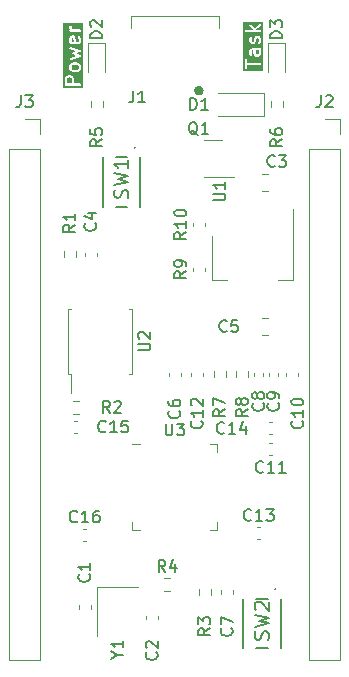
<source format=gbr>
%TF.GenerationSoftware,KiCad,Pcbnew,7.0.8*%
%TF.CreationDate,2023-11-05T01:10:31+09:00*%
%TF.ProjectId,BBM-RP2040,42424d2d-5250-4323-9034-302e6b696361,rev?*%
%TF.SameCoordinates,Original*%
%TF.FileFunction,Legend,Top*%
%TF.FilePolarity,Positive*%
%FSLAX46Y46*%
G04 Gerber Fmt 4.6, Leading zero omitted, Abs format (unit mm)*
G04 Created by KiCad (PCBNEW 7.0.8) date 2023-11-05 01:10:31*
%MOMM*%
%LPD*%
G01*
G04 APERTURE LIST*
%ADD10C,0.187500*%
%ADD11C,0.150000*%
%ADD12C,0.200000*%
%ADD13C,0.120000*%
%ADD14C,0.100000*%
%ADD15C,0.405600*%
G04 APERTURE END LIST*
D10*
G36*
X161408145Y-61255905D02*
G01*
X161443772Y-61291533D01*
X161484214Y-61372415D01*
X161484214Y-61713677D01*
X161043142Y-61713677D01*
X161043142Y-61372415D01*
X161083584Y-61291531D01*
X161119211Y-61255905D01*
X161200095Y-61215463D01*
X161327260Y-61215463D01*
X161408145Y-61255905D01*
G37*
G36*
X161979573Y-60170191D02*
G01*
X162015200Y-60205816D01*
X162055642Y-60286701D01*
X162055642Y-60413867D01*
X162015200Y-60494750D01*
X161979574Y-60530377D01*
X161898689Y-60570820D01*
X161600095Y-60570820D01*
X161519211Y-60530377D01*
X161483584Y-60494751D01*
X161443142Y-60413867D01*
X161443142Y-60286702D01*
X161483583Y-60205818D01*
X161519211Y-60170191D01*
X161600095Y-60129749D01*
X161898689Y-60129749D01*
X161979573Y-60170191D01*
G37*
G36*
X161635035Y-58227963D02*
G01*
X161542952Y-58227963D01*
X161476412Y-58194692D01*
X161443142Y-58128153D01*
X161443142Y-57943845D01*
X161476412Y-57877304D01*
X161542953Y-57844035D01*
X161558251Y-57844035D01*
X161635035Y-58227963D01*
G37*
G36*
X162414571Y-62072606D02*
G01*
X160684213Y-62072606D01*
X160684213Y-61807427D01*
X160855642Y-61807427D01*
X160860230Y-61821547D01*
X160860230Y-61836397D01*
X160868958Y-61848410D01*
X160873547Y-61862532D01*
X160885559Y-61871259D01*
X160894287Y-61883272D01*
X160908408Y-61887860D01*
X160920422Y-61896589D01*
X160935272Y-61896589D01*
X160949392Y-61901177D01*
X162149392Y-61901177D01*
X162204497Y-61883272D01*
X162238554Y-61836397D01*
X162238554Y-61778457D01*
X162204497Y-61731582D01*
X162149392Y-61713677D01*
X161671714Y-61713677D01*
X161671714Y-61350284D01*
X161665036Y-61329731D01*
X161661817Y-61308358D01*
X161604673Y-61194072D01*
X161594010Y-61183246D01*
X161587112Y-61169707D01*
X161529969Y-61112565D01*
X161516431Y-61105667D01*
X161505605Y-61095004D01*
X161391318Y-61037860D01*
X161369944Y-61034640D01*
X161349392Y-61027963D01*
X161177964Y-61027963D01*
X161157411Y-61034641D01*
X161136038Y-61037860D01*
X161021752Y-61095003D01*
X161010925Y-61105666D01*
X160997386Y-61112565D01*
X160940244Y-61169708D01*
X160933346Y-61183245D01*
X160922683Y-61194072D01*
X160865540Y-61308357D01*
X160862320Y-61329728D01*
X160855642Y-61350284D01*
X160855642Y-61807427D01*
X160684213Y-61807427D01*
X160684213Y-60435999D01*
X161255642Y-60435999D01*
X161262320Y-60456554D01*
X161265540Y-60477926D01*
X161322683Y-60592211D01*
X161333346Y-60603037D01*
X161340244Y-60616575D01*
X161397386Y-60673718D01*
X161410925Y-60680616D01*
X161421752Y-60691280D01*
X161536038Y-60748423D01*
X161557411Y-60751641D01*
X161577964Y-60758320D01*
X161920821Y-60758320D01*
X161941373Y-60751642D01*
X161962747Y-60748423D01*
X162077034Y-60691279D01*
X162087860Y-60680615D01*
X162101398Y-60673718D01*
X162158541Y-60616576D01*
X162165439Y-60603036D01*
X162176103Y-60592210D01*
X162233245Y-60477925D01*
X162236463Y-60456553D01*
X162243142Y-60435999D01*
X162243142Y-60264570D01*
X162236463Y-60244015D01*
X162233245Y-60222644D01*
X162176103Y-60108358D01*
X162165439Y-60097531D01*
X162158541Y-60083992D01*
X162101398Y-60026850D01*
X162087858Y-60019951D01*
X162077034Y-60009290D01*
X161962747Y-59952146D01*
X161941373Y-59948926D01*
X161920821Y-59942249D01*
X161577964Y-59942249D01*
X161557411Y-59948927D01*
X161536038Y-59952146D01*
X161421752Y-60009289D01*
X161410925Y-60019952D01*
X161397388Y-60026850D01*
X161340244Y-60083992D01*
X161333345Y-60097531D01*
X161322683Y-60108357D01*
X161265539Y-60222644D01*
X161262319Y-60244017D01*
X161255642Y-60264570D01*
X161255642Y-60435999D01*
X160684213Y-60435999D01*
X160684213Y-59632638D01*
X161255702Y-59632638D01*
X161271619Y-59688349D01*
X161317243Y-59724064D01*
X161375147Y-59726142D01*
X162175147Y-59497571D01*
X162198050Y-59482153D01*
X162221417Y-59467440D01*
X162221972Y-59466050D01*
X162223213Y-59465216D01*
X162232679Y-59439285D01*
X162242936Y-59413644D01*
X162242569Y-59412193D01*
X162243082Y-59410789D01*
X162235497Y-59384243D01*
X162228724Y-59357473D01*
X162227574Y-59356515D01*
X162227164Y-59355078D01*
X162205438Y-59338070D01*
X162184210Y-59320383D01*
X161830394Y-59178856D01*
X162184210Y-59037330D01*
X162205422Y-59019655D01*
X162227165Y-59002635D01*
X162227575Y-59001196D01*
X162228724Y-59000240D01*
X162235493Y-58973484D01*
X162243082Y-58946924D01*
X162242569Y-58945519D01*
X162242936Y-58944069D01*
X162232674Y-58918414D01*
X162223213Y-58892497D01*
X162221973Y-58891662D01*
X162221418Y-58890273D01*
X162198036Y-58875549D01*
X162175147Y-58860142D01*
X161375147Y-58631570D01*
X161317244Y-58633648D01*
X161271619Y-58669363D01*
X161255702Y-58725074D01*
X161275571Y-58779501D01*
X161323637Y-58811856D01*
X161859951Y-58965089D01*
X161543146Y-59091811D01*
X161525440Y-59106563D01*
X161505938Y-59118844D01*
X161503556Y-59124797D01*
X161498632Y-59128901D01*
X161492980Y-59151239D01*
X161484420Y-59172640D01*
X161485992Y-59178856D01*
X161484420Y-59185072D01*
X161492980Y-59206472D01*
X161498632Y-59228811D01*
X161503556Y-59232914D01*
X161505938Y-59238868D01*
X161525441Y-59251149D01*
X161543146Y-59265901D01*
X161859951Y-59392623D01*
X161323637Y-59545856D01*
X161275571Y-59578211D01*
X161255702Y-59632638D01*
X160684213Y-59632638D01*
X160684213Y-58150285D01*
X161255642Y-58150285D01*
X161262320Y-58170840D01*
X161265540Y-58192212D01*
X161322683Y-58306497D01*
X161323206Y-58307028D01*
X161323329Y-58307764D01*
X161343470Y-58327602D01*
X161363341Y-58347777D01*
X161364077Y-58347899D01*
X161364609Y-58348423D01*
X161478895Y-58405566D01*
X161500268Y-58408784D01*
X161520821Y-58415463D01*
X161977964Y-58415463D01*
X161998516Y-58408785D01*
X162019890Y-58405566D01*
X162134177Y-58348422D01*
X162134708Y-58347898D01*
X162135444Y-58347776D01*
X162155282Y-58327634D01*
X162175457Y-58307764D01*
X162175579Y-58307027D01*
X162176103Y-58306496D01*
X162233245Y-58192211D01*
X162236463Y-58170839D01*
X162243142Y-58150285D01*
X162243142Y-57921713D01*
X162236463Y-57901158D01*
X162233245Y-57879787D01*
X162176103Y-57765501D01*
X162135445Y-57724221D01*
X162078288Y-57714722D01*
X162026464Y-57740633D01*
X161999769Y-57792058D01*
X162008397Y-57849353D01*
X162055642Y-57943844D01*
X162055642Y-58128153D01*
X162022372Y-58194692D01*
X161955832Y-58227963D01*
X161826248Y-58227963D01*
X161727036Y-57731899D01*
X161724269Y-57726970D01*
X161724269Y-57721315D01*
X161710300Y-57702089D01*
X161698672Y-57681376D01*
X161693535Y-57679014D01*
X161690212Y-57674440D01*
X161667615Y-57667097D01*
X161646028Y-57657173D01*
X161640483Y-57658281D01*
X161635107Y-57656535D01*
X161520821Y-57656535D01*
X161500266Y-57663213D01*
X161478895Y-57666432D01*
X161364609Y-57723574D01*
X161364077Y-57724097D01*
X161363341Y-57724220D01*
X161343486Y-57744377D01*
X161323329Y-57764232D01*
X161323206Y-57764968D01*
X161322683Y-57765500D01*
X161265539Y-57879787D01*
X161262319Y-57901160D01*
X161255642Y-57921713D01*
X161255642Y-58150285D01*
X160684213Y-58150285D01*
X160684213Y-57007428D01*
X161255642Y-57007428D01*
X161262319Y-57027980D01*
X161265539Y-57049354D01*
X161317214Y-57152704D01*
X161294287Y-57160154D01*
X161260230Y-57207029D01*
X161260230Y-57264969D01*
X161294287Y-57311844D01*
X161349392Y-57329749D01*
X162149392Y-57329749D01*
X162204497Y-57311844D01*
X162238554Y-57264969D01*
X162238554Y-57207029D01*
X162204497Y-57160154D01*
X162149392Y-57142249D01*
X161600095Y-57142249D01*
X161519211Y-57101806D01*
X161483583Y-57066179D01*
X161443142Y-56985296D01*
X161443142Y-56893142D01*
X161425237Y-56838037D01*
X161378362Y-56803980D01*
X161320422Y-56803980D01*
X161273547Y-56838037D01*
X161255642Y-56893142D01*
X161255642Y-57007428D01*
X160684213Y-57007428D01*
X160684213Y-56632551D01*
X162414571Y-56632551D01*
X162414571Y-62072606D01*
G37*
G36*
X177295642Y-58927740D02*
G01*
X177295642Y-59169192D01*
X177262372Y-59235731D01*
X177195832Y-59269002D01*
X177125809Y-59269002D01*
X177059269Y-59235731D01*
X177026000Y-59169192D01*
X177026000Y-58905609D01*
X177019328Y-58885074D01*
X177274309Y-58885074D01*
X177295642Y-58927740D01*
G37*
G36*
X177654571Y-60651915D02*
G01*
X175924213Y-60651915D01*
X175924213Y-60391324D01*
X176095642Y-60391324D01*
X176113547Y-60446429D01*
X176160422Y-60480486D01*
X176218362Y-60480486D01*
X176265237Y-60446429D01*
X176283142Y-60391324D01*
X176283142Y-60142217D01*
X177389392Y-60142217D01*
X177444497Y-60124312D01*
X177478554Y-60077437D01*
X177478554Y-60019497D01*
X177444497Y-59972622D01*
X177389392Y-59954717D01*
X176283142Y-59954717D01*
X176283142Y-59705610D01*
X176265237Y-59650505D01*
X176218362Y-59616448D01*
X176160422Y-59616448D01*
X176113547Y-59650505D01*
X176095642Y-59705610D01*
X176095642Y-60391324D01*
X175924213Y-60391324D01*
X175924213Y-59191324D01*
X176495642Y-59191324D01*
X176502320Y-59211879D01*
X176505540Y-59233251D01*
X176562683Y-59347536D01*
X176603341Y-59388816D01*
X176660498Y-59398314D01*
X176712321Y-59372402D01*
X176739017Y-59320977D01*
X176730388Y-59263683D01*
X176683142Y-59169192D01*
X176683142Y-58984884D01*
X176716412Y-58918343D01*
X176782953Y-58885074D01*
X176817167Y-58885074D01*
X176838500Y-58927740D01*
X176838500Y-59191324D01*
X176845178Y-59211878D01*
X176848397Y-59233250D01*
X176905539Y-59347535D01*
X176906063Y-59348067D01*
X176906186Y-59348803D01*
X176926326Y-59368640D01*
X176946197Y-59388815D01*
X176946933Y-59388937D01*
X176947466Y-59389462D01*
X177061752Y-59446605D01*
X177083125Y-59449823D01*
X177103678Y-59456502D01*
X177217964Y-59456502D01*
X177238516Y-59449824D01*
X177259890Y-59446605D01*
X177374177Y-59389461D01*
X177374708Y-59388937D01*
X177375444Y-59388815D01*
X177395282Y-59368673D01*
X177415457Y-59348803D01*
X177415579Y-59348066D01*
X177416103Y-59347535D01*
X177473245Y-59233250D01*
X177476463Y-59211878D01*
X177483142Y-59191324D01*
X177483142Y-58905609D01*
X177476463Y-58885054D01*
X177473245Y-58863683D01*
X177462558Y-58842309D01*
X177478554Y-58820294D01*
X177478554Y-58762354D01*
X177444497Y-58715479D01*
X177389392Y-58697574D01*
X176760821Y-58697574D01*
X176740266Y-58704252D01*
X176718895Y-58707471D01*
X176604609Y-58764613D01*
X176604077Y-58765136D01*
X176603341Y-58765259D01*
X176583486Y-58785416D01*
X176563329Y-58805271D01*
X176563206Y-58806007D01*
X176562683Y-58806539D01*
X176505539Y-58920826D01*
X176502319Y-58942199D01*
X176495642Y-58962752D01*
X176495642Y-59191324D01*
X175924213Y-59191324D01*
X175924213Y-58105610D01*
X176495642Y-58105610D01*
X176502320Y-58126165D01*
X176505540Y-58147537D01*
X176562683Y-58261822D01*
X176563206Y-58262353D01*
X176563329Y-58263089D01*
X176583470Y-58282927D01*
X176603341Y-58303102D01*
X176604077Y-58303224D01*
X176604609Y-58303748D01*
X176718895Y-58360891D01*
X176740268Y-58364109D01*
X176760821Y-58370788D01*
X176817964Y-58370788D01*
X176838516Y-58364110D01*
X176859890Y-58360891D01*
X176974177Y-58303747D01*
X176974708Y-58303223D01*
X176975444Y-58303101D01*
X176995282Y-58282959D01*
X177015457Y-58263089D01*
X177015579Y-58262352D01*
X177016103Y-58261821D01*
X177073245Y-58147536D01*
X177076463Y-58126164D01*
X177083142Y-58105610D01*
X177083142Y-57956313D01*
X177116412Y-57889772D01*
X177182952Y-57856502D01*
X177195832Y-57856502D01*
X177262372Y-57889772D01*
X177295642Y-57956312D01*
X177295642Y-58140620D01*
X177248397Y-58235112D01*
X177239769Y-58292407D01*
X177266464Y-58343832D01*
X177318288Y-58369743D01*
X177375445Y-58360244D01*
X177416103Y-58318964D01*
X177473245Y-58204678D01*
X177476463Y-58183306D01*
X177483142Y-58162752D01*
X177483142Y-57934181D01*
X177476463Y-57913626D01*
X177473245Y-57892255D01*
X177416103Y-57777969D01*
X177415579Y-57777437D01*
X177415457Y-57776701D01*
X177395299Y-57756846D01*
X177375445Y-57736689D01*
X177374708Y-57736566D01*
X177374177Y-57736043D01*
X177259890Y-57678899D01*
X177238516Y-57675679D01*
X177217964Y-57669002D01*
X177160821Y-57669002D01*
X177140268Y-57675680D01*
X177118895Y-57678899D01*
X177004609Y-57736042D01*
X177004077Y-57736565D01*
X177003341Y-57736688D01*
X176983470Y-57756862D01*
X176963329Y-57776701D01*
X176963206Y-57777436D01*
X176962683Y-57777968D01*
X176905539Y-57892255D01*
X176902319Y-57913628D01*
X176895642Y-57934181D01*
X176895642Y-58083478D01*
X176862372Y-58150017D01*
X176795832Y-58183288D01*
X176782952Y-58183288D01*
X176716412Y-58150017D01*
X176683142Y-58083478D01*
X176683142Y-57956313D01*
X176730388Y-57861821D01*
X176739017Y-57804526D01*
X176712321Y-57753102D01*
X176660498Y-57727190D01*
X176603341Y-57736688D01*
X176562683Y-57777968D01*
X176505539Y-57892255D01*
X176502319Y-57913628D01*
X176495642Y-57934181D01*
X176495642Y-58105610D01*
X175924213Y-58105610D01*
X175924213Y-57277436D01*
X176100230Y-57277436D01*
X176134287Y-57324311D01*
X176189392Y-57342216D01*
X177389392Y-57342216D01*
X177444497Y-57324311D01*
X177478554Y-57277436D01*
X177478554Y-57219496D01*
X177444497Y-57172621D01*
X177389392Y-57154716D01*
X177085367Y-57154716D01*
X177074975Y-57144324D01*
X177445642Y-56866323D01*
X177478983Y-56818936D01*
X177478103Y-56761002D01*
X177443339Y-56714650D01*
X177387968Y-56697584D01*
X177333142Y-56716323D01*
X176941046Y-57010395D01*
X176655683Y-56725032D01*
X176604057Y-56698727D01*
X176546830Y-56707791D01*
X176505860Y-56748761D01*
X176496796Y-56805988D01*
X176523101Y-56857614D01*
X176820203Y-57154716D01*
X176189392Y-57154716D01*
X176134287Y-57172621D01*
X176100230Y-57219496D01*
X176100230Y-57277436D01*
X175924213Y-57277436D01*
X175924213Y-56526155D01*
X177654571Y-56526155D01*
X177654571Y-60651915D01*
G37*
D11*
X182546666Y-62724819D02*
X182546666Y-63439104D01*
X182546666Y-63439104D02*
X182499047Y-63581961D01*
X182499047Y-63581961D02*
X182403809Y-63677200D01*
X182403809Y-63677200D02*
X182260952Y-63724819D01*
X182260952Y-63724819D02*
X182165714Y-63724819D01*
X182975238Y-62820057D02*
X183022857Y-62772438D01*
X183022857Y-62772438D02*
X183118095Y-62724819D01*
X183118095Y-62724819D02*
X183356190Y-62724819D01*
X183356190Y-62724819D02*
X183451428Y-62772438D01*
X183451428Y-62772438D02*
X183499047Y-62820057D01*
X183499047Y-62820057D02*
X183546666Y-62915295D01*
X183546666Y-62915295D02*
X183546666Y-63010533D01*
X183546666Y-63010533D02*
X183499047Y-63153390D01*
X183499047Y-63153390D02*
X182927619Y-63724819D01*
X182927619Y-63724819D02*
X183546666Y-63724819D01*
X178921580Y-88812666D02*
X178969200Y-88860285D01*
X178969200Y-88860285D02*
X179016819Y-89003142D01*
X179016819Y-89003142D02*
X179016819Y-89098380D01*
X179016819Y-89098380D02*
X178969200Y-89241237D01*
X178969200Y-89241237D02*
X178873961Y-89336475D01*
X178873961Y-89336475D02*
X178778723Y-89384094D01*
X178778723Y-89384094D02*
X178588247Y-89431713D01*
X178588247Y-89431713D02*
X178445390Y-89431713D01*
X178445390Y-89431713D02*
X178254914Y-89384094D01*
X178254914Y-89384094D02*
X178159676Y-89336475D01*
X178159676Y-89336475D02*
X178064438Y-89241237D01*
X178064438Y-89241237D02*
X178016819Y-89098380D01*
X178016819Y-89098380D02*
X178016819Y-89003142D01*
X178016819Y-89003142D02*
X178064438Y-88860285D01*
X178064438Y-88860285D02*
X178112057Y-88812666D01*
X179016819Y-88336475D02*
X179016819Y-88145999D01*
X179016819Y-88145999D02*
X178969200Y-88050761D01*
X178969200Y-88050761D02*
X178921580Y-88003142D01*
X178921580Y-88003142D02*
X178778723Y-87907904D01*
X178778723Y-87907904D02*
X178588247Y-87860285D01*
X178588247Y-87860285D02*
X178207295Y-87860285D01*
X178207295Y-87860285D02*
X178112057Y-87907904D01*
X178112057Y-87907904D02*
X178064438Y-87955523D01*
X178064438Y-87955523D02*
X178016819Y-88050761D01*
X178016819Y-88050761D02*
X178016819Y-88241237D01*
X178016819Y-88241237D02*
X178064438Y-88336475D01*
X178064438Y-88336475D02*
X178112057Y-88384094D01*
X178112057Y-88384094D02*
X178207295Y-88431713D01*
X178207295Y-88431713D02*
X178445390Y-88431713D01*
X178445390Y-88431713D02*
X178540628Y-88384094D01*
X178540628Y-88384094D02*
X178588247Y-88336475D01*
X178588247Y-88336475D02*
X178635866Y-88241237D01*
X178635866Y-88241237D02*
X178635866Y-88050761D01*
X178635866Y-88050761D02*
X178588247Y-87955523D01*
X178588247Y-87955523D02*
X178540628Y-87907904D01*
X178540628Y-87907904D02*
X178445390Y-87860285D01*
X173444819Y-71627904D02*
X174254342Y-71627904D01*
X174254342Y-71627904D02*
X174349580Y-71580285D01*
X174349580Y-71580285D02*
X174397200Y-71532666D01*
X174397200Y-71532666D02*
X174444819Y-71437428D01*
X174444819Y-71437428D02*
X174444819Y-71246952D01*
X174444819Y-71246952D02*
X174397200Y-71151714D01*
X174397200Y-71151714D02*
X174349580Y-71104095D01*
X174349580Y-71104095D02*
X174254342Y-71056476D01*
X174254342Y-71056476D02*
X173444819Y-71056476D01*
X174444819Y-70056476D02*
X174444819Y-70627904D01*
X174444819Y-70342190D02*
X173444819Y-70342190D01*
X173444819Y-70342190D02*
X173587676Y-70437428D01*
X173587676Y-70437428D02*
X173682914Y-70532666D01*
X173682914Y-70532666D02*
X173730533Y-70627904D01*
X179270819Y-57888094D02*
X178270819Y-57888094D01*
X178270819Y-57888094D02*
X178270819Y-57649999D01*
X178270819Y-57649999D02*
X178318438Y-57507142D01*
X178318438Y-57507142D02*
X178413676Y-57411904D01*
X178413676Y-57411904D02*
X178508914Y-57364285D01*
X178508914Y-57364285D02*
X178699390Y-57316666D01*
X178699390Y-57316666D02*
X178842247Y-57316666D01*
X178842247Y-57316666D02*
X179032723Y-57364285D01*
X179032723Y-57364285D02*
X179127961Y-57411904D01*
X179127961Y-57411904D02*
X179223200Y-57507142D01*
X179223200Y-57507142D02*
X179270819Y-57649999D01*
X179270819Y-57649999D02*
X179270819Y-57888094D01*
X178270819Y-56983332D02*
X178270819Y-56364285D01*
X178270819Y-56364285D02*
X178651771Y-56697618D01*
X178651771Y-56697618D02*
X178651771Y-56554761D01*
X178651771Y-56554761D02*
X178699390Y-56459523D01*
X178699390Y-56459523D02*
X178747009Y-56411904D01*
X178747009Y-56411904D02*
X178842247Y-56364285D01*
X178842247Y-56364285D02*
X179080342Y-56364285D01*
X179080342Y-56364285D02*
X179175580Y-56411904D01*
X179175580Y-56411904D02*
X179223200Y-56459523D01*
X179223200Y-56459523D02*
X179270819Y-56554761D01*
X179270819Y-56554761D02*
X179270819Y-56840475D01*
X179270819Y-56840475D02*
X179223200Y-56935713D01*
X179223200Y-56935713D02*
X179175580Y-56983332D01*
X171142819Y-74302857D02*
X170666628Y-74636190D01*
X171142819Y-74874285D02*
X170142819Y-74874285D01*
X170142819Y-74874285D02*
X170142819Y-74493333D01*
X170142819Y-74493333D02*
X170190438Y-74398095D01*
X170190438Y-74398095D02*
X170238057Y-74350476D01*
X170238057Y-74350476D02*
X170333295Y-74302857D01*
X170333295Y-74302857D02*
X170476152Y-74302857D01*
X170476152Y-74302857D02*
X170571390Y-74350476D01*
X170571390Y-74350476D02*
X170619009Y-74398095D01*
X170619009Y-74398095D02*
X170666628Y-74493333D01*
X170666628Y-74493333D02*
X170666628Y-74874285D01*
X171142819Y-73350476D02*
X171142819Y-73921904D01*
X171142819Y-73636190D02*
X170142819Y-73636190D01*
X170142819Y-73636190D02*
X170285676Y-73731428D01*
X170285676Y-73731428D02*
X170380914Y-73826666D01*
X170380914Y-73826666D02*
X170428533Y-73921904D01*
X170142819Y-72731428D02*
X170142819Y-72636190D01*
X170142819Y-72636190D02*
X170190438Y-72540952D01*
X170190438Y-72540952D02*
X170238057Y-72493333D01*
X170238057Y-72493333D02*
X170333295Y-72445714D01*
X170333295Y-72445714D02*
X170523771Y-72398095D01*
X170523771Y-72398095D02*
X170761866Y-72398095D01*
X170761866Y-72398095D02*
X170952342Y-72445714D01*
X170952342Y-72445714D02*
X171047580Y-72493333D01*
X171047580Y-72493333D02*
X171095200Y-72540952D01*
X171095200Y-72540952D02*
X171142819Y-72636190D01*
X171142819Y-72636190D02*
X171142819Y-72731428D01*
X171142819Y-72731428D02*
X171095200Y-72826666D01*
X171095200Y-72826666D02*
X171047580Y-72874285D01*
X171047580Y-72874285D02*
X170952342Y-72921904D01*
X170952342Y-72921904D02*
X170761866Y-72969523D01*
X170761866Y-72969523D02*
X170523771Y-72969523D01*
X170523771Y-72969523D02*
X170333295Y-72921904D01*
X170333295Y-72921904D02*
X170238057Y-72874285D01*
X170238057Y-72874285D02*
X170190438Y-72826666D01*
X170190438Y-72826666D02*
X170142819Y-72731428D01*
X161917142Y-98784580D02*
X161869523Y-98832200D01*
X161869523Y-98832200D02*
X161726666Y-98879819D01*
X161726666Y-98879819D02*
X161631428Y-98879819D01*
X161631428Y-98879819D02*
X161488571Y-98832200D01*
X161488571Y-98832200D02*
X161393333Y-98736961D01*
X161393333Y-98736961D02*
X161345714Y-98641723D01*
X161345714Y-98641723D02*
X161298095Y-98451247D01*
X161298095Y-98451247D02*
X161298095Y-98308390D01*
X161298095Y-98308390D02*
X161345714Y-98117914D01*
X161345714Y-98117914D02*
X161393333Y-98022676D01*
X161393333Y-98022676D02*
X161488571Y-97927438D01*
X161488571Y-97927438D02*
X161631428Y-97879819D01*
X161631428Y-97879819D02*
X161726666Y-97879819D01*
X161726666Y-97879819D02*
X161869523Y-97927438D01*
X161869523Y-97927438D02*
X161917142Y-97975057D01*
X162869523Y-98879819D02*
X162298095Y-98879819D01*
X162583809Y-98879819D02*
X162583809Y-97879819D01*
X162583809Y-97879819D02*
X162488571Y-98022676D01*
X162488571Y-98022676D02*
X162393333Y-98117914D01*
X162393333Y-98117914D02*
X162298095Y-98165533D01*
X163726666Y-97879819D02*
X163536190Y-97879819D01*
X163536190Y-97879819D02*
X163440952Y-97927438D01*
X163440952Y-97927438D02*
X163393333Y-97975057D01*
X163393333Y-97975057D02*
X163298095Y-98117914D01*
X163298095Y-98117914D02*
X163250476Y-98308390D01*
X163250476Y-98308390D02*
X163250476Y-98689342D01*
X163250476Y-98689342D02*
X163298095Y-98784580D01*
X163298095Y-98784580D02*
X163345714Y-98832200D01*
X163345714Y-98832200D02*
X163440952Y-98879819D01*
X163440952Y-98879819D02*
X163631428Y-98879819D01*
X163631428Y-98879819D02*
X163726666Y-98832200D01*
X163726666Y-98832200D02*
X163774285Y-98784580D01*
X163774285Y-98784580D02*
X163821904Y-98689342D01*
X163821904Y-98689342D02*
X163821904Y-98451247D01*
X163821904Y-98451247D02*
X163774285Y-98356009D01*
X163774285Y-98356009D02*
X163726666Y-98308390D01*
X163726666Y-98308390D02*
X163631428Y-98260771D01*
X163631428Y-98260771D02*
X163440952Y-98260771D01*
X163440952Y-98260771D02*
X163345714Y-98308390D01*
X163345714Y-98308390D02*
X163298095Y-98356009D01*
X163298095Y-98356009D02*
X163250476Y-98451247D01*
X164030819Y-66460666D02*
X163554628Y-66793999D01*
X164030819Y-67032094D02*
X163030819Y-67032094D01*
X163030819Y-67032094D02*
X163030819Y-66651142D01*
X163030819Y-66651142D02*
X163078438Y-66555904D01*
X163078438Y-66555904D02*
X163126057Y-66508285D01*
X163126057Y-66508285D02*
X163221295Y-66460666D01*
X163221295Y-66460666D02*
X163364152Y-66460666D01*
X163364152Y-66460666D02*
X163459390Y-66508285D01*
X163459390Y-66508285D02*
X163507009Y-66555904D01*
X163507009Y-66555904D02*
X163554628Y-66651142D01*
X163554628Y-66651142D02*
X163554628Y-67032094D01*
X163030819Y-65555904D02*
X163030819Y-66032094D01*
X163030819Y-66032094D02*
X163507009Y-66079713D01*
X163507009Y-66079713D02*
X163459390Y-66032094D01*
X163459390Y-66032094D02*
X163411771Y-65936856D01*
X163411771Y-65936856D02*
X163411771Y-65698761D01*
X163411771Y-65698761D02*
X163459390Y-65603523D01*
X163459390Y-65603523D02*
X163507009Y-65555904D01*
X163507009Y-65555904D02*
X163602247Y-65508285D01*
X163602247Y-65508285D02*
X163840342Y-65508285D01*
X163840342Y-65508285D02*
X163935580Y-65555904D01*
X163935580Y-65555904D02*
X163983200Y-65603523D01*
X163983200Y-65603523D02*
X164030819Y-65698761D01*
X164030819Y-65698761D02*
X164030819Y-65936856D01*
X164030819Y-65936856D02*
X163983200Y-66032094D01*
X163983200Y-66032094D02*
X163935580Y-66079713D01*
X179270819Y-66460666D02*
X178794628Y-66793999D01*
X179270819Y-67032094D02*
X178270819Y-67032094D01*
X178270819Y-67032094D02*
X178270819Y-66651142D01*
X178270819Y-66651142D02*
X178318438Y-66555904D01*
X178318438Y-66555904D02*
X178366057Y-66508285D01*
X178366057Y-66508285D02*
X178461295Y-66460666D01*
X178461295Y-66460666D02*
X178604152Y-66460666D01*
X178604152Y-66460666D02*
X178699390Y-66508285D01*
X178699390Y-66508285D02*
X178747009Y-66555904D01*
X178747009Y-66555904D02*
X178794628Y-66651142D01*
X178794628Y-66651142D02*
X178794628Y-67032094D01*
X178270819Y-65603523D02*
X178270819Y-65793999D01*
X178270819Y-65793999D02*
X178318438Y-65889237D01*
X178318438Y-65889237D02*
X178366057Y-65936856D01*
X178366057Y-65936856D02*
X178508914Y-66032094D01*
X178508914Y-66032094D02*
X178699390Y-66079713D01*
X178699390Y-66079713D02*
X179080342Y-66079713D01*
X179080342Y-66079713D02*
X179175580Y-66032094D01*
X179175580Y-66032094D02*
X179223200Y-65984475D01*
X179223200Y-65984475D02*
X179270819Y-65889237D01*
X179270819Y-65889237D02*
X179270819Y-65698761D01*
X179270819Y-65698761D02*
X179223200Y-65603523D01*
X179223200Y-65603523D02*
X179175580Y-65555904D01*
X179175580Y-65555904D02*
X179080342Y-65508285D01*
X179080342Y-65508285D02*
X178842247Y-65508285D01*
X178842247Y-65508285D02*
X178747009Y-65555904D01*
X178747009Y-65555904D02*
X178699390Y-65603523D01*
X178699390Y-65603523D02*
X178651771Y-65698761D01*
X178651771Y-65698761D02*
X178651771Y-65889237D01*
X178651771Y-65889237D02*
X178699390Y-65984475D01*
X178699390Y-65984475D02*
X178747009Y-66032094D01*
X178747009Y-66032094D02*
X178842247Y-66079713D01*
X174585333Y-82655580D02*
X174537714Y-82703200D01*
X174537714Y-82703200D02*
X174394857Y-82750819D01*
X174394857Y-82750819D02*
X174299619Y-82750819D01*
X174299619Y-82750819D02*
X174156762Y-82703200D01*
X174156762Y-82703200D02*
X174061524Y-82607961D01*
X174061524Y-82607961D02*
X174013905Y-82512723D01*
X174013905Y-82512723D02*
X173966286Y-82322247D01*
X173966286Y-82322247D02*
X173966286Y-82179390D01*
X173966286Y-82179390D02*
X174013905Y-81988914D01*
X174013905Y-81988914D02*
X174061524Y-81893676D01*
X174061524Y-81893676D02*
X174156762Y-81798438D01*
X174156762Y-81798438D02*
X174299619Y-81750819D01*
X174299619Y-81750819D02*
X174394857Y-81750819D01*
X174394857Y-81750819D02*
X174537714Y-81798438D01*
X174537714Y-81798438D02*
X174585333Y-81846057D01*
X175490095Y-81750819D02*
X175013905Y-81750819D01*
X175013905Y-81750819D02*
X174966286Y-82227009D01*
X174966286Y-82227009D02*
X175013905Y-82179390D01*
X175013905Y-82179390D02*
X175109143Y-82131771D01*
X175109143Y-82131771D02*
X175347238Y-82131771D01*
X175347238Y-82131771D02*
X175442476Y-82179390D01*
X175442476Y-82179390D02*
X175490095Y-82227009D01*
X175490095Y-82227009D02*
X175537714Y-82322247D01*
X175537714Y-82322247D02*
X175537714Y-82560342D01*
X175537714Y-82560342D02*
X175490095Y-82655580D01*
X175490095Y-82655580D02*
X175442476Y-82703200D01*
X175442476Y-82703200D02*
X175347238Y-82750819D01*
X175347238Y-82750819D02*
X175109143Y-82750819D01*
X175109143Y-82750819D02*
X175013905Y-82703200D01*
X175013905Y-82703200D02*
X174966286Y-82655580D01*
X164330142Y-91164580D02*
X164282523Y-91212200D01*
X164282523Y-91212200D02*
X164139666Y-91259819D01*
X164139666Y-91259819D02*
X164044428Y-91259819D01*
X164044428Y-91259819D02*
X163901571Y-91212200D01*
X163901571Y-91212200D02*
X163806333Y-91116961D01*
X163806333Y-91116961D02*
X163758714Y-91021723D01*
X163758714Y-91021723D02*
X163711095Y-90831247D01*
X163711095Y-90831247D02*
X163711095Y-90688390D01*
X163711095Y-90688390D02*
X163758714Y-90497914D01*
X163758714Y-90497914D02*
X163806333Y-90402676D01*
X163806333Y-90402676D02*
X163901571Y-90307438D01*
X163901571Y-90307438D02*
X164044428Y-90259819D01*
X164044428Y-90259819D02*
X164139666Y-90259819D01*
X164139666Y-90259819D02*
X164282523Y-90307438D01*
X164282523Y-90307438D02*
X164330142Y-90355057D01*
X165282523Y-91259819D02*
X164711095Y-91259819D01*
X164996809Y-91259819D02*
X164996809Y-90259819D01*
X164996809Y-90259819D02*
X164901571Y-90402676D01*
X164901571Y-90402676D02*
X164806333Y-90497914D01*
X164806333Y-90497914D02*
X164711095Y-90545533D01*
X166187285Y-90259819D02*
X165711095Y-90259819D01*
X165711095Y-90259819D02*
X165663476Y-90736009D01*
X165663476Y-90736009D02*
X165711095Y-90688390D01*
X165711095Y-90688390D02*
X165806333Y-90640771D01*
X165806333Y-90640771D02*
X166044428Y-90640771D01*
X166044428Y-90640771D02*
X166139666Y-90688390D01*
X166139666Y-90688390D02*
X166187285Y-90736009D01*
X166187285Y-90736009D02*
X166234904Y-90831247D01*
X166234904Y-90831247D02*
X166234904Y-91069342D01*
X166234904Y-91069342D02*
X166187285Y-91164580D01*
X166187285Y-91164580D02*
X166139666Y-91212200D01*
X166139666Y-91212200D02*
X166044428Y-91259819D01*
X166044428Y-91259819D02*
X165806333Y-91259819D01*
X165806333Y-91259819D02*
X165711095Y-91212200D01*
X165711095Y-91212200D02*
X165663476Y-91164580D01*
X169378333Y-103070819D02*
X169045000Y-102594628D01*
X168806905Y-103070819D02*
X168806905Y-102070819D01*
X168806905Y-102070819D02*
X169187857Y-102070819D01*
X169187857Y-102070819D02*
X169283095Y-102118438D01*
X169283095Y-102118438D02*
X169330714Y-102166057D01*
X169330714Y-102166057D02*
X169378333Y-102261295D01*
X169378333Y-102261295D02*
X169378333Y-102404152D01*
X169378333Y-102404152D02*
X169330714Y-102499390D01*
X169330714Y-102499390D02*
X169283095Y-102547009D01*
X169283095Y-102547009D02*
X169187857Y-102594628D01*
X169187857Y-102594628D02*
X168806905Y-102594628D01*
X170235476Y-102404152D02*
X170235476Y-103070819D01*
X169997381Y-102023200D02*
X169759286Y-102737485D01*
X169759286Y-102737485D02*
X170378333Y-102737485D01*
X172444580Y-90304857D02*
X172492200Y-90352476D01*
X172492200Y-90352476D02*
X172539819Y-90495333D01*
X172539819Y-90495333D02*
X172539819Y-90590571D01*
X172539819Y-90590571D02*
X172492200Y-90733428D01*
X172492200Y-90733428D02*
X172396961Y-90828666D01*
X172396961Y-90828666D02*
X172301723Y-90876285D01*
X172301723Y-90876285D02*
X172111247Y-90923904D01*
X172111247Y-90923904D02*
X171968390Y-90923904D01*
X171968390Y-90923904D02*
X171777914Y-90876285D01*
X171777914Y-90876285D02*
X171682676Y-90828666D01*
X171682676Y-90828666D02*
X171587438Y-90733428D01*
X171587438Y-90733428D02*
X171539819Y-90590571D01*
X171539819Y-90590571D02*
X171539819Y-90495333D01*
X171539819Y-90495333D02*
X171587438Y-90352476D01*
X171587438Y-90352476D02*
X171635057Y-90304857D01*
X172539819Y-89352476D02*
X172539819Y-89923904D01*
X172539819Y-89638190D02*
X171539819Y-89638190D01*
X171539819Y-89638190D02*
X171682676Y-89733428D01*
X171682676Y-89733428D02*
X171777914Y-89828666D01*
X171777914Y-89828666D02*
X171825533Y-89923904D01*
X171635057Y-88971523D02*
X171587438Y-88923904D01*
X171587438Y-88923904D02*
X171539819Y-88828666D01*
X171539819Y-88828666D02*
X171539819Y-88590571D01*
X171539819Y-88590571D02*
X171587438Y-88495333D01*
X171587438Y-88495333D02*
X171635057Y-88447714D01*
X171635057Y-88447714D02*
X171730295Y-88400095D01*
X171730295Y-88400095D02*
X171825533Y-88400095D01*
X171825533Y-88400095D02*
X171968390Y-88447714D01*
X171968390Y-88447714D02*
X172539819Y-89019142D01*
X172539819Y-89019142D02*
X172539819Y-88400095D01*
X167094819Y-84327904D02*
X167904342Y-84327904D01*
X167904342Y-84327904D02*
X167999580Y-84280285D01*
X167999580Y-84280285D02*
X168047200Y-84232666D01*
X168047200Y-84232666D02*
X168094819Y-84137428D01*
X168094819Y-84137428D02*
X168094819Y-83946952D01*
X168094819Y-83946952D02*
X168047200Y-83851714D01*
X168047200Y-83851714D02*
X167999580Y-83804095D01*
X167999580Y-83804095D02*
X167904342Y-83756476D01*
X167904342Y-83756476D02*
X167094819Y-83756476D01*
X167190057Y-83327904D02*
X167142438Y-83280285D01*
X167142438Y-83280285D02*
X167094819Y-83185047D01*
X167094819Y-83185047D02*
X167094819Y-82946952D01*
X167094819Y-82946952D02*
X167142438Y-82851714D01*
X167142438Y-82851714D02*
X167190057Y-82804095D01*
X167190057Y-82804095D02*
X167285295Y-82756476D01*
X167285295Y-82756476D02*
X167380533Y-82756476D01*
X167380533Y-82756476D02*
X167523390Y-82804095D01*
X167523390Y-82804095D02*
X168094819Y-83375523D01*
X168094819Y-83375523D02*
X168094819Y-82756476D01*
X174363142Y-91291580D02*
X174315523Y-91339200D01*
X174315523Y-91339200D02*
X174172666Y-91386819D01*
X174172666Y-91386819D02*
X174077428Y-91386819D01*
X174077428Y-91386819D02*
X173934571Y-91339200D01*
X173934571Y-91339200D02*
X173839333Y-91243961D01*
X173839333Y-91243961D02*
X173791714Y-91148723D01*
X173791714Y-91148723D02*
X173744095Y-90958247D01*
X173744095Y-90958247D02*
X173744095Y-90815390D01*
X173744095Y-90815390D02*
X173791714Y-90624914D01*
X173791714Y-90624914D02*
X173839333Y-90529676D01*
X173839333Y-90529676D02*
X173934571Y-90434438D01*
X173934571Y-90434438D02*
X174077428Y-90386819D01*
X174077428Y-90386819D02*
X174172666Y-90386819D01*
X174172666Y-90386819D02*
X174315523Y-90434438D01*
X174315523Y-90434438D02*
X174363142Y-90482057D01*
X175315523Y-91386819D02*
X174744095Y-91386819D01*
X175029809Y-91386819D02*
X175029809Y-90386819D01*
X175029809Y-90386819D02*
X174934571Y-90529676D01*
X174934571Y-90529676D02*
X174839333Y-90624914D01*
X174839333Y-90624914D02*
X174744095Y-90672533D01*
X176172666Y-90720152D02*
X176172666Y-91386819D01*
X175934571Y-90339200D02*
X175696476Y-91053485D01*
X175696476Y-91053485D02*
X176315523Y-91053485D01*
D12*
X178084300Y-108808669D02*
X178141442Y-108637241D01*
X178141442Y-108637241D02*
X178141442Y-108351526D01*
X178141442Y-108351526D02*
X178084300Y-108237241D01*
X178084300Y-108237241D02*
X178027157Y-108180098D01*
X178027157Y-108180098D02*
X177912871Y-108122955D01*
X177912871Y-108122955D02*
X177798585Y-108122955D01*
X177798585Y-108122955D02*
X177684300Y-108180098D01*
X177684300Y-108180098D02*
X177627157Y-108237241D01*
X177627157Y-108237241D02*
X177570014Y-108351526D01*
X177570014Y-108351526D02*
X177512871Y-108580098D01*
X177512871Y-108580098D02*
X177455728Y-108694383D01*
X177455728Y-108694383D02*
X177398585Y-108751526D01*
X177398585Y-108751526D02*
X177284300Y-108808669D01*
X177284300Y-108808669D02*
X177170014Y-108808669D01*
X177170014Y-108808669D02*
X177055728Y-108751526D01*
X177055728Y-108751526D02*
X176998585Y-108694383D01*
X176998585Y-108694383D02*
X176941442Y-108580098D01*
X176941442Y-108580098D02*
X176941442Y-108294383D01*
X176941442Y-108294383D02*
X176998585Y-108122955D01*
X176941442Y-107722955D02*
X178141442Y-107437241D01*
X178141442Y-107437241D02*
X177284300Y-107208669D01*
X177284300Y-107208669D02*
X178141442Y-106980098D01*
X178141442Y-106980098D02*
X176941442Y-106694384D01*
X177055728Y-106294383D02*
X176998585Y-106237240D01*
X176998585Y-106237240D02*
X176941442Y-106122955D01*
X176941442Y-106122955D02*
X176941442Y-105837240D01*
X176941442Y-105837240D02*
X176998585Y-105722955D01*
X176998585Y-105722955D02*
X177055728Y-105665812D01*
X177055728Y-105665812D02*
X177170014Y-105608669D01*
X177170014Y-105608669D02*
X177284300Y-105608669D01*
X177284300Y-105608669D02*
X177455728Y-105665812D01*
X177455728Y-105665812D02*
X178141442Y-106351526D01*
X178141442Y-106351526D02*
X178141442Y-105608669D01*
D11*
X162919580Y-103290666D02*
X162967200Y-103338285D01*
X162967200Y-103338285D02*
X163014819Y-103481142D01*
X163014819Y-103481142D02*
X163014819Y-103576380D01*
X163014819Y-103576380D02*
X162967200Y-103719237D01*
X162967200Y-103719237D02*
X162871961Y-103814475D01*
X162871961Y-103814475D02*
X162776723Y-103862094D01*
X162776723Y-103862094D02*
X162586247Y-103909713D01*
X162586247Y-103909713D02*
X162443390Y-103909713D01*
X162443390Y-103909713D02*
X162252914Y-103862094D01*
X162252914Y-103862094D02*
X162157676Y-103814475D01*
X162157676Y-103814475D02*
X162062438Y-103719237D01*
X162062438Y-103719237D02*
X162014819Y-103576380D01*
X162014819Y-103576380D02*
X162014819Y-103481142D01*
X162014819Y-103481142D02*
X162062438Y-103338285D01*
X162062438Y-103338285D02*
X162110057Y-103290666D01*
X163014819Y-102338285D02*
X163014819Y-102909713D01*
X163014819Y-102623999D02*
X162014819Y-102623999D01*
X162014819Y-102623999D02*
X162157676Y-102719237D01*
X162157676Y-102719237D02*
X162252914Y-102814475D01*
X162252914Y-102814475D02*
X162300533Y-102909713D01*
X168634580Y-109894666D02*
X168682200Y-109942285D01*
X168682200Y-109942285D02*
X168729819Y-110085142D01*
X168729819Y-110085142D02*
X168729819Y-110180380D01*
X168729819Y-110180380D02*
X168682200Y-110323237D01*
X168682200Y-110323237D02*
X168586961Y-110418475D01*
X168586961Y-110418475D02*
X168491723Y-110466094D01*
X168491723Y-110466094D02*
X168301247Y-110513713D01*
X168301247Y-110513713D02*
X168158390Y-110513713D01*
X168158390Y-110513713D02*
X167967914Y-110466094D01*
X167967914Y-110466094D02*
X167872676Y-110418475D01*
X167872676Y-110418475D02*
X167777438Y-110323237D01*
X167777438Y-110323237D02*
X167729819Y-110180380D01*
X167729819Y-110180380D02*
X167729819Y-110085142D01*
X167729819Y-110085142D02*
X167777438Y-109942285D01*
X167777438Y-109942285D02*
X167825057Y-109894666D01*
X167825057Y-109513713D02*
X167777438Y-109466094D01*
X167777438Y-109466094D02*
X167729819Y-109370856D01*
X167729819Y-109370856D02*
X167729819Y-109132761D01*
X167729819Y-109132761D02*
X167777438Y-109037523D01*
X167777438Y-109037523D02*
X167825057Y-108989904D01*
X167825057Y-108989904D02*
X167920295Y-108942285D01*
X167920295Y-108942285D02*
X168015533Y-108942285D01*
X168015533Y-108942285D02*
X168158390Y-108989904D01*
X168158390Y-108989904D02*
X168729819Y-109561332D01*
X168729819Y-109561332D02*
X168729819Y-108942285D01*
X177651580Y-88812666D02*
X177699200Y-88860285D01*
X177699200Y-88860285D02*
X177746819Y-89003142D01*
X177746819Y-89003142D02*
X177746819Y-89098380D01*
X177746819Y-89098380D02*
X177699200Y-89241237D01*
X177699200Y-89241237D02*
X177603961Y-89336475D01*
X177603961Y-89336475D02*
X177508723Y-89384094D01*
X177508723Y-89384094D02*
X177318247Y-89431713D01*
X177318247Y-89431713D02*
X177175390Y-89431713D01*
X177175390Y-89431713D02*
X176984914Y-89384094D01*
X176984914Y-89384094D02*
X176889676Y-89336475D01*
X176889676Y-89336475D02*
X176794438Y-89241237D01*
X176794438Y-89241237D02*
X176746819Y-89098380D01*
X176746819Y-89098380D02*
X176746819Y-89003142D01*
X176746819Y-89003142D02*
X176794438Y-88860285D01*
X176794438Y-88860285D02*
X176842057Y-88812666D01*
X177175390Y-88241237D02*
X177127771Y-88336475D01*
X177127771Y-88336475D02*
X177080152Y-88384094D01*
X177080152Y-88384094D02*
X176984914Y-88431713D01*
X176984914Y-88431713D02*
X176937295Y-88431713D01*
X176937295Y-88431713D02*
X176842057Y-88384094D01*
X176842057Y-88384094D02*
X176794438Y-88336475D01*
X176794438Y-88336475D02*
X176746819Y-88241237D01*
X176746819Y-88241237D02*
X176746819Y-88050761D01*
X176746819Y-88050761D02*
X176794438Y-87955523D01*
X176794438Y-87955523D02*
X176842057Y-87907904D01*
X176842057Y-87907904D02*
X176937295Y-87860285D01*
X176937295Y-87860285D02*
X176984914Y-87860285D01*
X176984914Y-87860285D02*
X177080152Y-87907904D01*
X177080152Y-87907904D02*
X177127771Y-87955523D01*
X177127771Y-87955523D02*
X177175390Y-88050761D01*
X177175390Y-88050761D02*
X177175390Y-88241237D01*
X177175390Y-88241237D02*
X177223009Y-88336475D01*
X177223009Y-88336475D02*
X177270628Y-88384094D01*
X177270628Y-88384094D02*
X177365866Y-88431713D01*
X177365866Y-88431713D02*
X177556342Y-88431713D01*
X177556342Y-88431713D02*
X177651580Y-88384094D01*
X177651580Y-88384094D02*
X177699200Y-88336475D01*
X177699200Y-88336475D02*
X177746819Y-88241237D01*
X177746819Y-88241237D02*
X177746819Y-88050761D01*
X177746819Y-88050761D02*
X177699200Y-87955523D01*
X177699200Y-87955523D02*
X177651580Y-87907904D01*
X177651580Y-87907904D02*
X177556342Y-87860285D01*
X177556342Y-87860285D02*
X177365866Y-87860285D01*
X177365866Y-87860285D02*
X177270628Y-87907904D01*
X177270628Y-87907904D02*
X177223009Y-87955523D01*
X177223009Y-87955523D02*
X177175390Y-88050761D01*
X166671666Y-62319819D02*
X166671666Y-63034104D01*
X166671666Y-63034104D02*
X166624047Y-63176961D01*
X166624047Y-63176961D02*
X166528809Y-63272200D01*
X166528809Y-63272200D02*
X166385952Y-63319819D01*
X166385952Y-63319819D02*
X166290714Y-63319819D01*
X167671666Y-63319819D02*
X167100238Y-63319819D01*
X167385952Y-63319819D02*
X167385952Y-62319819D01*
X167385952Y-62319819D02*
X167290714Y-62462676D01*
X167290714Y-62462676D02*
X167195476Y-62557914D01*
X167195476Y-62557914D02*
X167100238Y-62605533D01*
X171473905Y-63954819D02*
X171473905Y-62954819D01*
X171473905Y-62954819D02*
X171712000Y-62954819D01*
X171712000Y-62954819D02*
X171854857Y-63002438D01*
X171854857Y-63002438D02*
X171950095Y-63097676D01*
X171950095Y-63097676D02*
X171997714Y-63192914D01*
X171997714Y-63192914D02*
X172045333Y-63383390D01*
X172045333Y-63383390D02*
X172045333Y-63526247D01*
X172045333Y-63526247D02*
X171997714Y-63716723D01*
X171997714Y-63716723D02*
X171950095Y-63811961D01*
X171950095Y-63811961D02*
X171854857Y-63907200D01*
X171854857Y-63907200D02*
X171712000Y-63954819D01*
X171712000Y-63954819D02*
X171473905Y-63954819D01*
X172997714Y-63954819D02*
X172426286Y-63954819D01*
X172712000Y-63954819D02*
X172712000Y-62954819D01*
X172712000Y-62954819D02*
X172616762Y-63097676D01*
X172616762Y-63097676D02*
X172521524Y-63192914D01*
X172521524Y-63192914D02*
X172426286Y-63240533D01*
X176649142Y-98657580D02*
X176601523Y-98705200D01*
X176601523Y-98705200D02*
X176458666Y-98752819D01*
X176458666Y-98752819D02*
X176363428Y-98752819D01*
X176363428Y-98752819D02*
X176220571Y-98705200D01*
X176220571Y-98705200D02*
X176125333Y-98609961D01*
X176125333Y-98609961D02*
X176077714Y-98514723D01*
X176077714Y-98514723D02*
X176030095Y-98324247D01*
X176030095Y-98324247D02*
X176030095Y-98181390D01*
X176030095Y-98181390D02*
X176077714Y-97990914D01*
X176077714Y-97990914D02*
X176125333Y-97895676D01*
X176125333Y-97895676D02*
X176220571Y-97800438D01*
X176220571Y-97800438D02*
X176363428Y-97752819D01*
X176363428Y-97752819D02*
X176458666Y-97752819D01*
X176458666Y-97752819D02*
X176601523Y-97800438D01*
X176601523Y-97800438D02*
X176649142Y-97848057D01*
X177601523Y-98752819D02*
X177030095Y-98752819D01*
X177315809Y-98752819D02*
X177315809Y-97752819D01*
X177315809Y-97752819D02*
X177220571Y-97895676D01*
X177220571Y-97895676D02*
X177125333Y-97990914D01*
X177125333Y-97990914D02*
X177030095Y-98038533D01*
X177934857Y-97752819D02*
X178553904Y-97752819D01*
X178553904Y-97752819D02*
X178220571Y-98133771D01*
X178220571Y-98133771D02*
X178363428Y-98133771D01*
X178363428Y-98133771D02*
X178458666Y-98181390D01*
X178458666Y-98181390D02*
X178506285Y-98229009D01*
X178506285Y-98229009D02*
X178553904Y-98324247D01*
X178553904Y-98324247D02*
X178553904Y-98562342D01*
X178553904Y-98562342D02*
X178506285Y-98657580D01*
X178506285Y-98657580D02*
X178458666Y-98705200D01*
X178458666Y-98705200D02*
X178363428Y-98752819D01*
X178363428Y-98752819D02*
X178077714Y-98752819D01*
X178077714Y-98752819D02*
X177982476Y-98705200D01*
X177982476Y-98705200D02*
X177934857Y-98657580D01*
X157146666Y-62724819D02*
X157146666Y-63439104D01*
X157146666Y-63439104D02*
X157099047Y-63581961D01*
X157099047Y-63581961D02*
X157003809Y-63677200D01*
X157003809Y-63677200D02*
X156860952Y-63724819D01*
X156860952Y-63724819D02*
X156765714Y-63724819D01*
X157527619Y-62724819D02*
X158146666Y-62724819D01*
X158146666Y-62724819D02*
X157813333Y-63105771D01*
X157813333Y-63105771D02*
X157956190Y-63105771D01*
X157956190Y-63105771D02*
X158051428Y-63153390D01*
X158051428Y-63153390D02*
X158099047Y-63201009D01*
X158099047Y-63201009D02*
X158146666Y-63296247D01*
X158146666Y-63296247D02*
X158146666Y-63534342D01*
X158146666Y-63534342D02*
X158099047Y-63629580D01*
X158099047Y-63629580D02*
X158051428Y-63677200D01*
X158051428Y-63677200D02*
X157956190Y-63724819D01*
X157956190Y-63724819D02*
X157670476Y-63724819D01*
X157670476Y-63724819D02*
X157575238Y-63677200D01*
X157575238Y-63677200D02*
X157527619Y-63629580D01*
X176349819Y-89320666D02*
X175873628Y-89653999D01*
X176349819Y-89892094D02*
X175349819Y-89892094D01*
X175349819Y-89892094D02*
X175349819Y-89511142D01*
X175349819Y-89511142D02*
X175397438Y-89415904D01*
X175397438Y-89415904D02*
X175445057Y-89368285D01*
X175445057Y-89368285D02*
X175540295Y-89320666D01*
X175540295Y-89320666D02*
X175683152Y-89320666D01*
X175683152Y-89320666D02*
X175778390Y-89368285D01*
X175778390Y-89368285D02*
X175826009Y-89415904D01*
X175826009Y-89415904D02*
X175873628Y-89511142D01*
X175873628Y-89511142D02*
X175873628Y-89892094D01*
X175778390Y-88749237D02*
X175730771Y-88844475D01*
X175730771Y-88844475D02*
X175683152Y-88892094D01*
X175683152Y-88892094D02*
X175587914Y-88939713D01*
X175587914Y-88939713D02*
X175540295Y-88939713D01*
X175540295Y-88939713D02*
X175445057Y-88892094D01*
X175445057Y-88892094D02*
X175397438Y-88844475D01*
X175397438Y-88844475D02*
X175349819Y-88749237D01*
X175349819Y-88749237D02*
X175349819Y-88558761D01*
X175349819Y-88558761D02*
X175397438Y-88463523D01*
X175397438Y-88463523D02*
X175445057Y-88415904D01*
X175445057Y-88415904D02*
X175540295Y-88368285D01*
X175540295Y-88368285D02*
X175587914Y-88368285D01*
X175587914Y-88368285D02*
X175683152Y-88415904D01*
X175683152Y-88415904D02*
X175730771Y-88463523D01*
X175730771Y-88463523D02*
X175778390Y-88558761D01*
X175778390Y-88558761D02*
X175778390Y-88749237D01*
X175778390Y-88749237D02*
X175826009Y-88844475D01*
X175826009Y-88844475D02*
X175873628Y-88892094D01*
X175873628Y-88892094D02*
X175968866Y-88939713D01*
X175968866Y-88939713D02*
X176159342Y-88939713D01*
X176159342Y-88939713D02*
X176254580Y-88892094D01*
X176254580Y-88892094D02*
X176302200Y-88844475D01*
X176302200Y-88844475D02*
X176349819Y-88749237D01*
X176349819Y-88749237D02*
X176349819Y-88558761D01*
X176349819Y-88558761D02*
X176302200Y-88463523D01*
X176302200Y-88463523D02*
X176254580Y-88415904D01*
X176254580Y-88415904D02*
X176159342Y-88368285D01*
X176159342Y-88368285D02*
X175968866Y-88368285D01*
X175968866Y-88368285D02*
X175873628Y-88415904D01*
X175873628Y-88415904D02*
X175826009Y-88463523D01*
X175826009Y-88463523D02*
X175778390Y-88558761D01*
X172116761Y-66082057D02*
X172021523Y-66034438D01*
X172021523Y-66034438D02*
X171926285Y-65939200D01*
X171926285Y-65939200D02*
X171783428Y-65796342D01*
X171783428Y-65796342D02*
X171688190Y-65748723D01*
X171688190Y-65748723D02*
X171592952Y-65748723D01*
X171640571Y-65986819D02*
X171545333Y-65939200D01*
X171545333Y-65939200D02*
X171450095Y-65843961D01*
X171450095Y-65843961D02*
X171402476Y-65653485D01*
X171402476Y-65653485D02*
X171402476Y-65320152D01*
X171402476Y-65320152D02*
X171450095Y-65129676D01*
X171450095Y-65129676D02*
X171545333Y-65034438D01*
X171545333Y-65034438D02*
X171640571Y-64986819D01*
X171640571Y-64986819D02*
X171831047Y-64986819D01*
X171831047Y-64986819D02*
X171926285Y-65034438D01*
X171926285Y-65034438D02*
X172021523Y-65129676D01*
X172021523Y-65129676D02*
X172069142Y-65320152D01*
X172069142Y-65320152D02*
X172069142Y-65653485D01*
X172069142Y-65653485D02*
X172021523Y-65843961D01*
X172021523Y-65843961D02*
X171926285Y-65939200D01*
X171926285Y-65939200D02*
X171831047Y-65986819D01*
X171831047Y-65986819D02*
X171640571Y-65986819D01*
X173021523Y-65986819D02*
X172450095Y-65986819D01*
X172735809Y-65986819D02*
X172735809Y-64986819D01*
X172735809Y-64986819D02*
X172640571Y-65129676D01*
X172640571Y-65129676D02*
X172545333Y-65224914D01*
X172545333Y-65224914D02*
X172450095Y-65272533D01*
X171142819Y-77636666D02*
X170666628Y-77969999D01*
X171142819Y-78208094D02*
X170142819Y-78208094D01*
X170142819Y-78208094D02*
X170142819Y-77827142D01*
X170142819Y-77827142D02*
X170190438Y-77731904D01*
X170190438Y-77731904D02*
X170238057Y-77684285D01*
X170238057Y-77684285D02*
X170333295Y-77636666D01*
X170333295Y-77636666D02*
X170476152Y-77636666D01*
X170476152Y-77636666D02*
X170571390Y-77684285D01*
X170571390Y-77684285D02*
X170619009Y-77731904D01*
X170619009Y-77731904D02*
X170666628Y-77827142D01*
X170666628Y-77827142D02*
X170666628Y-78208094D01*
X171142819Y-77160475D02*
X171142819Y-76969999D01*
X171142819Y-76969999D02*
X171095200Y-76874761D01*
X171095200Y-76874761D02*
X171047580Y-76827142D01*
X171047580Y-76827142D02*
X170904723Y-76731904D01*
X170904723Y-76731904D02*
X170714247Y-76684285D01*
X170714247Y-76684285D02*
X170333295Y-76684285D01*
X170333295Y-76684285D02*
X170238057Y-76731904D01*
X170238057Y-76731904D02*
X170190438Y-76779523D01*
X170190438Y-76779523D02*
X170142819Y-76874761D01*
X170142819Y-76874761D02*
X170142819Y-77065237D01*
X170142819Y-77065237D02*
X170190438Y-77160475D01*
X170190438Y-77160475D02*
X170238057Y-77208094D01*
X170238057Y-77208094D02*
X170333295Y-77255713D01*
X170333295Y-77255713D02*
X170571390Y-77255713D01*
X170571390Y-77255713D02*
X170666628Y-77208094D01*
X170666628Y-77208094D02*
X170714247Y-77160475D01*
X170714247Y-77160475D02*
X170761866Y-77065237D01*
X170761866Y-77065237D02*
X170761866Y-76874761D01*
X170761866Y-76874761D02*
X170714247Y-76779523D01*
X170714247Y-76779523D02*
X170666628Y-76731904D01*
X170666628Y-76731904D02*
X170571390Y-76684285D01*
X169418095Y-90516419D02*
X169418095Y-91325942D01*
X169418095Y-91325942D02*
X169465714Y-91421180D01*
X169465714Y-91421180D02*
X169513333Y-91468800D01*
X169513333Y-91468800D02*
X169608571Y-91516419D01*
X169608571Y-91516419D02*
X169799047Y-91516419D01*
X169799047Y-91516419D02*
X169894285Y-91468800D01*
X169894285Y-91468800D02*
X169941904Y-91421180D01*
X169941904Y-91421180D02*
X169989523Y-91325942D01*
X169989523Y-91325942D02*
X169989523Y-90516419D01*
X170370476Y-90516419D02*
X170989523Y-90516419D01*
X170989523Y-90516419D02*
X170656190Y-90897371D01*
X170656190Y-90897371D02*
X170799047Y-90897371D01*
X170799047Y-90897371D02*
X170894285Y-90944990D01*
X170894285Y-90944990D02*
X170941904Y-90992609D01*
X170941904Y-90992609D02*
X170989523Y-91087847D01*
X170989523Y-91087847D02*
X170989523Y-91325942D01*
X170989523Y-91325942D02*
X170941904Y-91421180D01*
X170941904Y-91421180D02*
X170894285Y-91468800D01*
X170894285Y-91468800D02*
X170799047Y-91516419D01*
X170799047Y-91516419D02*
X170513333Y-91516419D01*
X170513333Y-91516419D02*
X170418095Y-91468800D01*
X170418095Y-91468800D02*
X170370476Y-91421180D01*
X174444819Y-89320666D02*
X173968628Y-89653999D01*
X174444819Y-89892094D02*
X173444819Y-89892094D01*
X173444819Y-89892094D02*
X173444819Y-89511142D01*
X173444819Y-89511142D02*
X173492438Y-89415904D01*
X173492438Y-89415904D02*
X173540057Y-89368285D01*
X173540057Y-89368285D02*
X173635295Y-89320666D01*
X173635295Y-89320666D02*
X173778152Y-89320666D01*
X173778152Y-89320666D02*
X173873390Y-89368285D01*
X173873390Y-89368285D02*
X173921009Y-89415904D01*
X173921009Y-89415904D02*
X173968628Y-89511142D01*
X173968628Y-89511142D02*
X173968628Y-89892094D01*
X173444819Y-88987332D02*
X173444819Y-88320666D01*
X173444819Y-88320666D02*
X174444819Y-88749237D01*
X174984580Y-107862666D02*
X175032200Y-107910285D01*
X175032200Y-107910285D02*
X175079819Y-108053142D01*
X175079819Y-108053142D02*
X175079819Y-108148380D01*
X175079819Y-108148380D02*
X175032200Y-108291237D01*
X175032200Y-108291237D02*
X174936961Y-108386475D01*
X174936961Y-108386475D02*
X174841723Y-108434094D01*
X174841723Y-108434094D02*
X174651247Y-108481713D01*
X174651247Y-108481713D02*
X174508390Y-108481713D01*
X174508390Y-108481713D02*
X174317914Y-108434094D01*
X174317914Y-108434094D02*
X174222676Y-108386475D01*
X174222676Y-108386475D02*
X174127438Y-108291237D01*
X174127438Y-108291237D02*
X174079819Y-108148380D01*
X174079819Y-108148380D02*
X174079819Y-108053142D01*
X174079819Y-108053142D02*
X174127438Y-107910285D01*
X174127438Y-107910285D02*
X174175057Y-107862666D01*
X174079819Y-107529332D02*
X174079819Y-106862666D01*
X174079819Y-106862666D02*
X175079819Y-107291237D01*
X180953580Y-90304857D02*
X181001200Y-90352476D01*
X181001200Y-90352476D02*
X181048819Y-90495333D01*
X181048819Y-90495333D02*
X181048819Y-90590571D01*
X181048819Y-90590571D02*
X181001200Y-90733428D01*
X181001200Y-90733428D02*
X180905961Y-90828666D01*
X180905961Y-90828666D02*
X180810723Y-90876285D01*
X180810723Y-90876285D02*
X180620247Y-90923904D01*
X180620247Y-90923904D02*
X180477390Y-90923904D01*
X180477390Y-90923904D02*
X180286914Y-90876285D01*
X180286914Y-90876285D02*
X180191676Y-90828666D01*
X180191676Y-90828666D02*
X180096438Y-90733428D01*
X180096438Y-90733428D02*
X180048819Y-90590571D01*
X180048819Y-90590571D02*
X180048819Y-90495333D01*
X180048819Y-90495333D02*
X180096438Y-90352476D01*
X180096438Y-90352476D02*
X180144057Y-90304857D01*
X181048819Y-89352476D02*
X181048819Y-89923904D01*
X181048819Y-89638190D02*
X180048819Y-89638190D01*
X180048819Y-89638190D02*
X180191676Y-89733428D01*
X180191676Y-89733428D02*
X180286914Y-89828666D01*
X180286914Y-89828666D02*
X180334533Y-89923904D01*
X180048819Y-88733428D02*
X180048819Y-88638190D01*
X180048819Y-88638190D02*
X180096438Y-88542952D01*
X180096438Y-88542952D02*
X180144057Y-88495333D01*
X180144057Y-88495333D02*
X180239295Y-88447714D01*
X180239295Y-88447714D02*
X180429771Y-88400095D01*
X180429771Y-88400095D02*
X180667866Y-88400095D01*
X180667866Y-88400095D02*
X180858342Y-88447714D01*
X180858342Y-88447714D02*
X180953580Y-88495333D01*
X180953580Y-88495333D02*
X181001200Y-88542952D01*
X181001200Y-88542952D02*
X181048819Y-88638190D01*
X181048819Y-88638190D02*
X181048819Y-88733428D01*
X181048819Y-88733428D02*
X181001200Y-88828666D01*
X181001200Y-88828666D02*
X180953580Y-88876285D01*
X180953580Y-88876285D02*
X180858342Y-88923904D01*
X180858342Y-88923904D02*
X180667866Y-88971523D01*
X180667866Y-88971523D02*
X180429771Y-88971523D01*
X180429771Y-88971523D02*
X180239295Y-88923904D01*
X180239295Y-88923904D02*
X180144057Y-88876285D01*
X180144057Y-88876285D02*
X180096438Y-88828666D01*
X180096438Y-88828666D02*
X180048819Y-88733428D01*
X173174819Y-107862666D02*
X172698628Y-108195999D01*
X173174819Y-108434094D02*
X172174819Y-108434094D01*
X172174819Y-108434094D02*
X172174819Y-108053142D01*
X172174819Y-108053142D02*
X172222438Y-107957904D01*
X172222438Y-107957904D02*
X172270057Y-107910285D01*
X172270057Y-107910285D02*
X172365295Y-107862666D01*
X172365295Y-107862666D02*
X172508152Y-107862666D01*
X172508152Y-107862666D02*
X172603390Y-107910285D01*
X172603390Y-107910285D02*
X172651009Y-107957904D01*
X172651009Y-107957904D02*
X172698628Y-108053142D01*
X172698628Y-108053142D02*
X172698628Y-108434094D01*
X172174819Y-107529332D02*
X172174819Y-106910285D01*
X172174819Y-106910285D02*
X172555771Y-107243618D01*
X172555771Y-107243618D02*
X172555771Y-107100761D01*
X172555771Y-107100761D02*
X172603390Y-107005523D01*
X172603390Y-107005523D02*
X172651009Y-106957904D01*
X172651009Y-106957904D02*
X172746247Y-106910285D01*
X172746247Y-106910285D02*
X172984342Y-106910285D01*
X172984342Y-106910285D02*
X173079580Y-106957904D01*
X173079580Y-106957904D02*
X173127200Y-107005523D01*
X173127200Y-107005523D02*
X173174819Y-107100761D01*
X173174819Y-107100761D02*
X173174819Y-107386475D01*
X173174819Y-107386475D02*
X173127200Y-107481713D01*
X173127200Y-107481713D02*
X173079580Y-107529332D01*
X164030819Y-57888094D02*
X163030819Y-57888094D01*
X163030819Y-57888094D02*
X163030819Y-57649999D01*
X163030819Y-57649999D02*
X163078438Y-57507142D01*
X163078438Y-57507142D02*
X163173676Y-57411904D01*
X163173676Y-57411904D02*
X163268914Y-57364285D01*
X163268914Y-57364285D02*
X163459390Y-57316666D01*
X163459390Y-57316666D02*
X163602247Y-57316666D01*
X163602247Y-57316666D02*
X163792723Y-57364285D01*
X163792723Y-57364285D02*
X163887961Y-57411904D01*
X163887961Y-57411904D02*
X163983200Y-57507142D01*
X163983200Y-57507142D02*
X164030819Y-57649999D01*
X164030819Y-57649999D02*
X164030819Y-57888094D01*
X163126057Y-56935713D02*
X163078438Y-56888094D01*
X163078438Y-56888094D02*
X163030819Y-56792856D01*
X163030819Y-56792856D02*
X163030819Y-56554761D01*
X163030819Y-56554761D02*
X163078438Y-56459523D01*
X163078438Y-56459523D02*
X163126057Y-56411904D01*
X163126057Y-56411904D02*
X163221295Y-56364285D01*
X163221295Y-56364285D02*
X163316533Y-56364285D01*
X163316533Y-56364285D02*
X163459390Y-56411904D01*
X163459390Y-56411904D02*
X164030819Y-56983332D01*
X164030819Y-56983332D02*
X164030819Y-56364285D01*
D12*
X166205300Y-71427669D02*
X166262442Y-71256241D01*
X166262442Y-71256241D02*
X166262442Y-70970526D01*
X166262442Y-70970526D02*
X166205300Y-70856241D01*
X166205300Y-70856241D02*
X166148157Y-70799098D01*
X166148157Y-70799098D02*
X166033871Y-70741955D01*
X166033871Y-70741955D02*
X165919585Y-70741955D01*
X165919585Y-70741955D02*
X165805300Y-70799098D01*
X165805300Y-70799098D02*
X165748157Y-70856241D01*
X165748157Y-70856241D02*
X165691014Y-70970526D01*
X165691014Y-70970526D02*
X165633871Y-71199098D01*
X165633871Y-71199098D02*
X165576728Y-71313383D01*
X165576728Y-71313383D02*
X165519585Y-71370526D01*
X165519585Y-71370526D02*
X165405300Y-71427669D01*
X165405300Y-71427669D02*
X165291014Y-71427669D01*
X165291014Y-71427669D02*
X165176728Y-71370526D01*
X165176728Y-71370526D02*
X165119585Y-71313383D01*
X165119585Y-71313383D02*
X165062442Y-71199098D01*
X165062442Y-71199098D02*
X165062442Y-70913383D01*
X165062442Y-70913383D02*
X165119585Y-70741955D01*
X165062442Y-70341955D02*
X166262442Y-70056241D01*
X166262442Y-70056241D02*
X165405300Y-69827669D01*
X165405300Y-69827669D02*
X166262442Y-69599098D01*
X166262442Y-69599098D02*
X165062442Y-69313384D01*
X166262442Y-68227669D02*
X166262442Y-68913383D01*
X166262442Y-68570526D02*
X165062442Y-68570526D01*
X165062442Y-68570526D02*
X165233871Y-68684812D01*
X165233871Y-68684812D02*
X165348157Y-68799097D01*
X165348157Y-68799097D02*
X165405300Y-68913383D01*
D11*
X177665142Y-94593580D02*
X177617523Y-94641200D01*
X177617523Y-94641200D02*
X177474666Y-94688819D01*
X177474666Y-94688819D02*
X177379428Y-94688819D01*
X177379428Y-94688819D02*
X177236571Y-94641200D01*
X177236571Y-94641200D02*
X177141333Y-94545961D01*
X177141333Y-94545961D02*
X177093714Y-94450723D01*
X177093714Y-94450723D02*
X177046095Y-94260247D01*
X177046095Y-94260247D02*
X177046095Y-94117390D01*
X177046095Y-94117390D02*
X177093714Y-93926914D01*
X177093714Y-93926914D02*
X177141333Y-93831676D01*
X177141333Y-93831676D02*
X177236571Y-93736438D01*
X177236571Y-93736438D02*
X177379428Y-93688819D01*
X177379428Y-93688819D02*
X177474666Y-93688819D01*
X177474666Y-93688819D02*
X177617523Y-93736438D01*
X177617523Y-93736438D02*
X177665142Y-93784057D01*
X178617523Y-94688819D02*
X178046095Y-94688819D01*
X178331809Y-94688819D02*
X178331809Y-93688819D01*
X178331809Y-93688819D02*
X178236571Y-93831676D01*
X178236571Y-93831676D02*
X178141333Y-93926914D01*
X178141333Y-93926914D02*
X178046095Y-93974533D01*
X179569904Y-94688819D02*
X178998476Y-94688819D01*
X179284190Y-94688819D02*
X179284190Y-93688819D01*
X179284190Y-93688819D02*
X179188952Y-93831676D01*
X179188952Y-93831676D02*
X179093714Y-93926914D01*
X179093714Y-93926914D02*
X178998476Y-93974533D01*
X164679333Y-89608819D02*
X164346000Y-89132628D01*
X164107905Y-89608819D02*
X164107905Y-88608819D01*
X164107905Y-88608819D02*
X164488857Y-88608819D01*
X164488857Y-88608819D02*
X164584095Y-88656438D01*
X164584095Y-88656438D02*
X164631714Y-88704057D01*
X164631714Y-88704057D02*
X164679333Y-88799295D01*
X164679333Y-88799295D02*
X164679333Y-88942152D01*
X164679333Y-88942152D02*
X164631714Y-89037390D01*
X164631714Y-89037390D02*
X164584095Y-89085009D01*
X164584095Y-89085009D02*
X164488857Y-89132628D01*
X164488857Y-89132628D02*
X164107905Y-89132628D01*
X165060286Y-88704057D02*
X165107905Y-88656438D01*
X165107905Y-88656438D02*
X165203143Y-88608819D01*
X165203143Y-88608819D02*
X165441238Y-88608819D01*
X165441238Y-88608819D02*
X165536476Y-88656438D01*
X165536476Y-88656438D02*
X165584095Y-88704057D01*
X165584095Y-88704057D02*
X165631714Y-88799295D01*
X165631714Y-88799295D02*
X165631714Y-88894533D01*
X165631714Y-88894533D02*
X165584095Y-89037390D01*
X165584095Y-89037390D02*
X165012667Y-89608819D01*
X165012667Y-89608819D02*
X165631714Y-89608819D01*
X178649333Y-68685580D02*
X178601714Y-68733200D01*
X178601714Y-68733200D02*
X178458857Y-68780819D01*
X178458857Y-68780819D02*
X178363619Y-68780819D01*
X178363619Y-68780819D02*
X178220762Y-68733200D01*
X178220762Y-68733200D02*
X178125524Y-68637961D01*
X178125524Y-68637961D02*
X178077905Y-68542723D01*
X178077905Y-68542723D02*
X178030286Y-68352247D01*
X178030286Y-68352247D02*
X178030286Y-68209390D01*
X178030286Y-68209390D02*
X178077905Y-68018914D01*
X178077905Y-68018914D02*
X178125524Y-67923676D01*
X178125524Y-67923676D02*
X178220762Y-67828438D01*
X178220762Y-67828438D02*
X178363619Y-67780819D01*
X178363619Y-67780819D02*
X178458857Y-67780819D01*
X178458857Y-67780819D02*
X178601714Y-67828438D01*
X178601714Y-67828438D02*
X178649333Y-67876057D01*
X178982667Y-67780819D02*
X179601714Y-67780819D01*
X179601714Y-67780819D02*
X179268381Y-68161771D01*
X179268381Y-68161771D02*
X179411238Y-68161771D01*
X179411238Y-68161771D02*
X179506476Y-68209390D01*
X179506476Y-68209390D02*
X179554095Y-68257009D01*
X179554095Y-68257009D02*
X179601714Y-68352247D01*
X179601714Y-68352247D02*
X179601714Y-68590342D01*
X179601714Y-68590342D02*
X179554095Y-68685580D01*
X179554095Y-68685580D02*
X179506476Y-68733200D01*
X179506476Y-68733200D02*
X179411238Y-68780819D01*
X179411238Y-68780819D02*
X179125524Y-68780819D01*
X179125524Y-68780819D02*
X179030286Y-68733200D01*
X179030286Y-68733200D02*
X178982667Y-68685580D01*
X165332628Y-110077190D02*
X165808819Y-110077190D01*
X164808819Y-110410523D02*
X165332628Y-110077190D01*
X165332628Y-110077190D02*
X164808819Y-109743857D01*
X165808819Y-108886714D02*
X165808819Y-109458142D01*
X165808819Y-109172428D02*
X164808819Y-109172428D01*
X164808819Y-109172428D02*
X164951676Y-109267666D01*
X164951676Y-109267666D02*
X165046914Y-109362904D01*
X165046914Y-109362904D02*
X165094533Y-109458142D01*
X163427580Y-73572666D02*
X163475200Y-73620285D01*
X163475200Y-73620285D02*
X163522819Y-73763142D01*
X163522819Y-73763142D02*
X163522819Y-73858380D01*
X163522819Y-73858380D02*
X163475200Y-74001237D01*
X163475200Y-74001237D02*
X163379961Y-74096475D01*
X163379961Y-74096475D02*
X163284723Y-74144094D01*
X163284723Y-74144094D02*
X163094247Y-74191713D01*
X163094247Y-74191713D02*
X162951390Y-74191713D01*
X162951390Y-74191713D02*
X162760914Y-74144094D01*
X162760914Y-74144094D02*
X162665676Y-74096475D01*
X162665676Y-74096475D02*
X162570438Y-74001237D01*
X162570438Y-74001237D02*
X162522819Y-73858380D01*
X162522819Y-73858380D02*
X162522819Y-73763142D01*
X162522819Y-73763142D02*
X162570438Y-73620285D01*
X162570438Y-73620285D02*
X162618057Y-73572666D01*
X162856152Y-72715523D02*
X163522819Y-72715523D01*
X162475200Y-72953618D02*
X163189485Y-73191713D01*
X163189485Y-73191713D02*
X163189485Y-72572666D01*
X161744819Y-73699666D02*
X161268628Y-74032999D01*
X161744819Y-74271094D02*
X160744819Y-74271094D01*
X160744819Y-74271094D02*
X160744819Y-73890142D01*
X160744819Y-73890142D02*
X160792438Y-73794904D01*
X160792438Y-73794904D02*
X160840057Y-73747285D01*
X160840057Y-73747285D02*
X160935295Y-73699666D01*
X160935295Y-73699666D02*
X161078152Y-73699666D01*
X161078152Y-73699666D02*
X161173390Y-73747285D01*
X161173390Y-73747285D02*
X161221009Y-73794904D01*
X161221009Y-73794904D02*
X161268628Y-73890142D01*
X161268628Y-73890142D02*
X161268628Y-74271094D01*
X161744819Y-72747285D02*
X161744819Y-73318713D01*
X161744819Y-73032999D02*
X160744819Y-73032999D01*
X160744819Y-73032999D02*
X160887676Y-73128237D01*
X160887676Y-73128237D02*
X160982914Y-73223475D01*
X160982914Y-73223475D02*
X161030533Y-73318713D01*
X170539580Y-89447666D02*
X170587200Y-89495285D01*
X170587200Y-89495285D02*
X170634819Y-89638142D01*
X170634819Y-89638142D02*
X170634819Y-89733380D01*
X170634819Y-89733380D02*
X170587200Y-89876237D01*
X170587200Y-89876237D02*
X170491961Y-89971475D01*
X170491961Y-89971475D02*
X170396723Y-90019094D01*
X170396723Y-90019094D02*
X170206247Y-90066713D01*
X170206247Y-90066713D02*
X170063390Y-90066713D01*
X170063390Y-90066713D02*
X169872914Y-90019094D01*
X169872914Y-90019094D02*
X169777676Y-89971475D01*
X169777676Y-89971475D02*
X169682438Y-89876237D01*
X169682438Y-89876237D02*
X169634819Y-89733380D01*
X169634819Y-89733380D02*
X169634819Y-89638142D01*
X169634819Y-89638142D02*
X169682438Y-89495285D01*
X169682438Y-89495285D02*
X169730057Y-89447666D01*
X169634819Y-88590523D02*
X169634819Y-88780999D01*
X169634819Y-88780999D02*
X169682438Y-88876237D01*
X169682438Y-88876237D02*
X169730057Y-88923856D01*
X169730057Y-88923856D02*
X169872914Y-89019094D01*
X169872914Y-89019094D02*
X170063390Y-89066713D01*
X170063390Y-89066713D02*
X170444342Y-89066713D01*
X170444342Y-89066713D02*
X170539580Y-89019094D01*
X170539580Y-89019094D02*
X170587200Y-88971475D01*
X170587200Y-88971475D02*
X170634819Y-88876237D01*
X170634819Y-88876237D02*
X170634819Y-88685761D01*
X170634819Y-88685761D02*
X170587200Y-88590523D01*
X170587200Y-88590523D02*
X170539580Y-88542904D01*
X170539580Y-88542904D02*
X170444342Y-88495285D01*
X170444342Y-88495285D02*
X170206247Y-88495285D01*
X170206247Y-88495285D02*
X170111009Y-88542904D01*
X170111009Y-88542904D02*
X170063390Y-88590523D01*
X170063390Y-88590523D02*
X170015771Y-88685761D01*
X170015771Y-88685761D02*
X170015771Y-88876237D01*
X170015771Y-88876237D02*
X170063390Y-88971475D01*
X170063390Y-88971475D02*
X170111009Y-89019094D01*
X170111009Y-89019094D02*
X170206247Y-89066713D01*
D13*
%TO.C,J2*%
X181550000Y-67310000D02*
X181550000Y-110550000D01*
X181550000Y-67310000D02*
X184210000Y-67310000D01*
X181550000Y-110550000D02*
X184210000Y-110550000D01*
X182880000Y-64710000D02*
X184210000Y-64710000D01*
X184210000Y-64710000D02*
X184210000Y-66040000D01*
X184210000Y-67310000D02*
X184210000Y-110550000D01*
%TO.C,C9*%
X178202000Y-86475835D02*
X178202000Y-86244165D01*
X178922000Y-86475835D02*
X178922000Y-86244165D01*
%TO.C,U1*%
X180194000Y-72354000D02*
X180194000Y-78364000D01*
X173374000Y-74604000D02*
X173374000Y-78364000D01*
X180194000Y-78364000D02*
X178934000Y-78364000D01*
X173374000Y-78364000D02*
X174634000Y-78364000D01*
%TO.C,D3*%
X179551000Y-58284000D02*
X178081000Y-58284000D01*
X178081000Y-58284000D02*
X178081000Y-60744000D01*
X179551000Y-60744000D02*
X179551000Y-58284000D01*
%TO.C,R10*%
X171702000Y-73806267D02*
X171702000Y-73513733D01*
X172722000Y-73806267D02*
X172722000Y-73513733D01*
%TO.C,C16*%
X162706267Y-100459000D02*
X162413733Y-100459000D01*
X162706267Y-99439000D02*
X162413733Y-99439000D01*
%TO.C,R5*%
X163053500Y-63754724D02*
X163053500Y-63245276D01*
X164098500Y-63754724D02*
X164098500Y-63245276D01*
%TO.C,R6*%
X178293500Y-63754724D02*
X178293500Y-63245276D01*
X179338500Y-63754724D02*
X179338500Y-63245276D01*
%TO.C,C5*%
X178061252Y-83031000D02*
X177538748Y-83031000D01*
X178061252Y-81561000D02*
X177538748Y-81561000D01*
%TO.C,C15*%
X161944267Y-91315000D02*
X161651733Y-91315000D01*
X161944267Y-90295000D02*
X161651733Y-90295000D01*
%TO.C,R4*%
X169799724Y-104662500D02*
X169290276Y-104662500D01*
X169799724Y-103617500D02*
X169290276Y-103617500D01*
%TO.C,C12*%
X171575000Y-86506267D02*
X171575000Y-86213733D01*
X172595000Y-86506267D02*
X172595000Y-86213733D01*
%TO.C,U2*%
X161105000Y-86291000D02*
X161365000Y-86291000D01*
X161365000Y-86291000D02*
X161365000Y-87966000D01*
X166555000Y-86291000D02*
X166295000Y-86291000D01*
X161105000Y-83566000D02*
X161105000Y-86291000D01*
X161105000Y-83566000D02*
X161105000Y-80841000D01*
X166555000Y-83566000D02*
X166555000Y-86291000D01*
X166555000Y-83566000D02*
X166555000Y-80841000D01*
X161105000Y-80841000D02*
X161365000Y-80841000D01*
X166555000Y-80841000D02*
X166295000Y-80841000D01*
%TO.C,C14*%
X178161733Y-90422000D02*
X178454267Y-90422000D01*
X178161733Y-91442000D02*
X178454267Y-91442000D01*
D12*
%TO.C,SW2*%
X179146000Y-105342000D02*
X179146000Y-109542000D01*
X178046000Y-105342000D02*
X177046000Y-105342000D01*
X178046000Y-109542000D02*
X177046000Y-109542000D01*
X175946000Y-109542000D02*
X175946000Y-105342000D01*
X178688370Y-104536000D02*
G75*
G03*
X178688370Y-104536000I-53370J0D01*
G01*
D13*
%TO.C,C1*%
X163070000Y-105898733D02*
X163070000Y-106191267D01*
X162050000Y-105898733D02*
X162050000Y-106191267D01*
%TO.C,C2*%
X167765000Y-107080267D02*
X167765000Y-106787733D01*
X168785000Y-107080267D02*
X168785000Y-106787733D01*
%TO.C,C8*%
X177652000Y-86244165D02*
X177652000Y-86475835D01*
X176932000Y-86244165D02*
X176932000Y-86475835D01*
D14*
%TO.C,J1*%
X173935000Y-57053000D02*
X173935000Y-56053000D01*
X173935000Y-56053000D02*
X166435000Y-56053000D01*
X166435000Y-56053000D02*
X166435000Y-57053000D01*
D15*
X172419800Y-62331600D02*
G75*
G03*
X172419800Y-62331600I-202800J0D01*
G01*
D13*
%TO.C,D1*%
X177724000Y-64500000D02*
X177724000Y-62500000D01*
X177724000Y-64500000D02*
X173864000Y-64500000D01*
X177724000Y-62500000D02*
X173864000Y-62500000D01*
%TO.C,C13*%
X177145733Y-99312000D02*
X177438267Y-99312000D01*
X177145733Y-100332000D02*
X177438267Y-100332000D01*
%TO.C,J3*%
X156150000Y-67310000D02*
X156150000Y-110550000D01*
X156150000Y-67310000D02*
X158810000Y-67310000D01*
X156150000Y-110550000D02*
X158810000Y-110550000D01*
X157480000Y-64710000D02*
X158810000Y-64710000D01*
X158810000Y-64710000D02*
X158810000Y-66040000D01*
X158810000Y-67310000D02*
X158810000Y-110550000D01*
%TO.C,R8*%
X176417500Y-86105276D02*
X176417500Y-86614724D01*
X175372500Y-86105276D02*
X175372500Y-86614724D01*
%TO.C,Q1*%
X173416000Y-69632000D02*
X175216000Y-69632000D01*
X173416000Y-69632000D02*
X172616000Y-69632000D01*
X173416000Y-66512000D02*
X174216000Y-66512000D01*
X173416000Y-66512000D02*
X172616000Y-66512000D01*
%TO.C,R9*%
X171702000Y-77616267D02*
X171702000Y-77323733D01*
X172722000Y-77616267D02*
X172722000Y-77323733D01*
%TO.C,U3*%
X166570000Y-99491600D02*
X166570000Y-98841600D01*
X167220000Y-92271600D02*
X166570000Y-92271600D01*
X167220000Y-99491600D02*
X166570000Y-99491600D01*
X173140000Y-92271600D02*
X173790000Y-92271600D01*
X173140000Y-99491600D02*
X173790000Y-99491600D01*
X173790000Y-92271600D02*
X173790000Y-92921600D01*
X173790000Y-99491600D02*
X173790000Y-98841600D01*
%TO.C,R7*%
X174512500Y-86105276D02*
X174512500Y-86614724D01*
X173467500Y-86105276D02*
X173467500Y-86614724D01*
%TO.C,C7*%
X174115000Y-104921267D02*
X174115000Y-104628733D01*
X175135000Y-104921267D02*
X175135000Y-104628733D01*
%TO.C,C10*%
X179576000Y-86506267D02*
X179576000Y-86213733D01*
X180596000Y-86506267D02*
X180596000Y-86213733D01*
%TO.C,R3*%
X173242500Y-104520276D02*
X173242500Y-105029724D01*
X172197500Y-104520276D02*
X172197500Y-105029724D01*
%TO.C,D2*%
X164311000Y-58284000D02*
X162841000Y-58284000D01*
X162841000Y-58284000D02*
X162841000Y-60744000D01*
X164311000Y-60744000D02*
X164311000Y-58284000D01*
D12*
%TO.C,SW1*%
X167267000Y-67961000D02*
X167267000Y-72161000D01*
X166167000Y-67961000D02*
X165167000Y-67961000D01*
X166167000Y-72161000D02*
X165167000Y-72161000D01*
X164067000Y-72161000D02*
X164067000Y-67961000D01*
X166809370Y-67155000D02*
G75*
G03*
X166809370Y-67155000I-53370J0D01*
G01*
D13*
%TO.C,C11*%
X178161733Y-92200000D02*
X178454267Y-92200000D01*
X178161733Y-93220000D02*
X178454267Y-93220000D01*
%TO.C,R2*%
X161543276Y-88631500D02*
X162052724Y-88631500D01*
X161543276Y-89676500D02*
X162052724Y-89676500D01*
%TO.C,C3*%
X177538748Y-69369000D02*
X178061252Y-69369000D01*
X177538748Y-70839000D02*
X178061252Y-70839000D01*
%TO.C,Y1*%
X167104000Y-104326000D02*
X163604000Y-104326000D01*
X163604000Y-104326000D02*
X163604000Y-108526000D01*
%TO.C,C4*%
X163578000Y-76053733D02*
X163578000Y-76346267D01*
X162558000Y-76053733D02*
X162558000Y-76346267D01*
%TO.C,R1*%
X161812500Y-75945276D02*
X161812500Y-76454724D01*
X160767500Y-75945276D02*
X160767500Y-76454724D01*
%TO.C,C6*%
X170690000Y-86213733D02*
X170690000Y-86506267D01*
X169670000Y-86213733D02*
X169670000Y-86506267D01*
%TD*%
M02*

</source>
